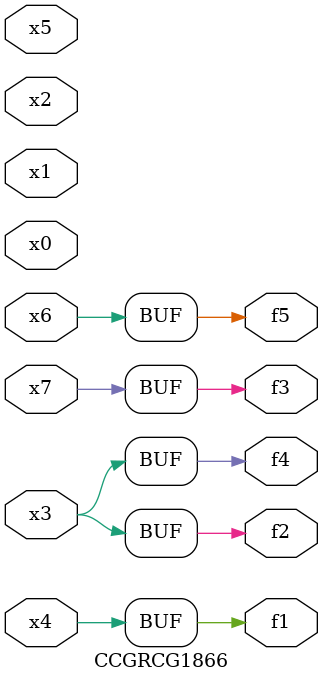
<source format=v>
module CCGRCG1866(
	input x0, x1, x2, x3, x4, x5, x6, x7,
	output f1, f2, f3, f4, f5
);
	assign f1 = x4;
	assign f2 = x3;
	assign f3 = x7;
	assign f4 = x3;
	assign f5 = x6;
endmodule

</source>
